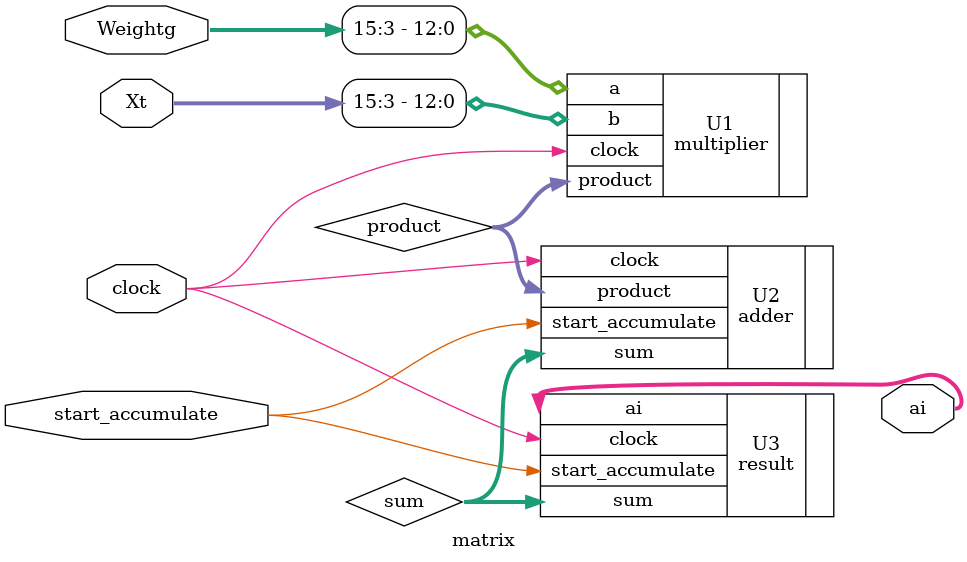
<source format=v>
module matrix(input clock
            , input start_accumulate
            , input [15:0] Weightg
            , input [15:0] Xt
            , output wire [19:0] ai);

wire [16:0] product;
wire [19:0] sum;

multiplier U1(.clock(clock), .a(Weightg[15:3]), .b(Xt[15:3]), .product(product));
adder U2(.clock(clock), .product(product), .start_accumulate(start_accumulate), .sum(sum));
result U3(.clock(clock), .sum(sum), .start_accumulate(start_accumulate), .ai(ai));

endmodule
</source>
